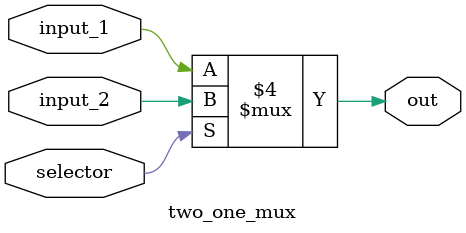
<source format=v>
`timescale 1ns / 1ps
module two_one_mux(
    input_1, // first input
	 input_2, // second input
	 selector, // selector bit
	 out // output wire
	 );
	 
	input input_1, input_2, selector;
	output reg out; // wire out;
	
	//assign out = (input_2 & selector) | (input_1 & ~selector);
	
	always @(selector, input_1, input_2) begin
		if (selector == 0)
			out <= input_1;
		else
			out <= input_2;
	end

endmodule

</source>
